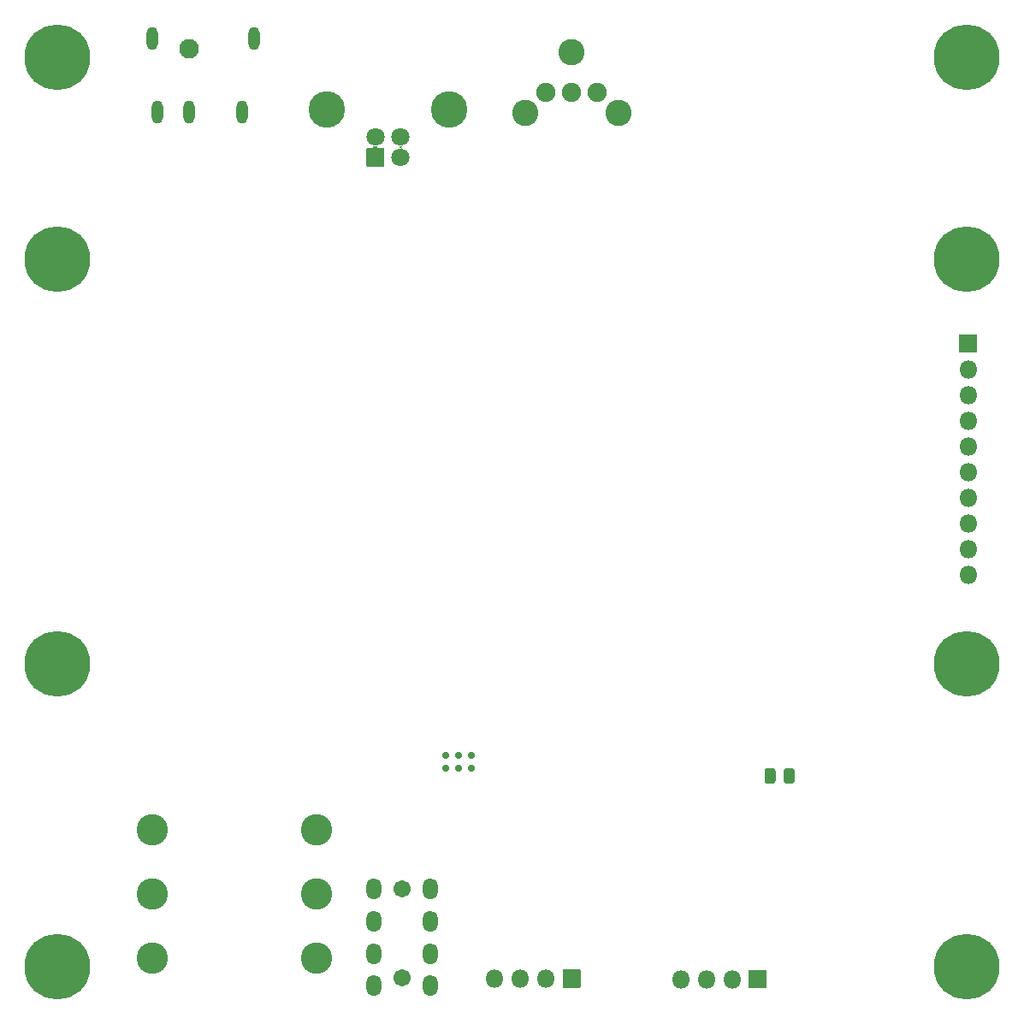
<source format=gbr>
G04 #@! TF.GenerationSoftware,KiCad,Pcbnew,5.1.9*
G04 #@! TF.CreationDate,2021-05-10T13:45:01+08:00*
G04 #@! TF.ProjectId,digital-amplifier2,64696769-7461-46c2-9d61-6d706c696669,rev?*
G04 #@! TF.SameCoordinates,Original*
G04 #@! TF.FileFunction,Soldermask,Bot*
G04 #@! TF.FilePolarity,Negative*
%FSLAX46Y46*%
G04 Gerber Fmt 4.6, Leading zero omitted, Abs format (unit mm)*
G04 Created by KiCad (PCBNEW 5.1.9) date 2021-05-10 13:45:01*
%MOMM*%
%LPD*%
G01*
G04 APERTURE LIST*
%ADD10C,0.702000*%
%ADD11O,1.802000X1.802000*%
%ADD12C,3.102000*%
%ADD13C,1.952000*%
%ADD14O,1.102000X2.302000*%
%ADD15C,6.502000*%
%ADD16O,1.502000X2.102000*%
%ADD17C,1.702000*%
%ADD18C,1.902000*%
%ADD19C,2.602000*%
%ADD20C,3.602000*%
%ADD21C,1.802000*%
%ADD22C,0.100000*%
G04 APERTURE END LIST*
D10*
X93472000Y-125349000D03*
X93472000Y-124079000D03*
X94742000Y-125349000D03*
X94742000Y-124079000D03*
X96012000Y-125349000D03*
X96012000Y-124079000D03*
D11*
X116713000Y-146240500D03*
X119253000Y-146240500D03*
X121793000Y-146240500D03*
G36*
G01*
X123483000Y-145339500D02*
X125183000Y-145339500D01*
G75*
G02*
X125234000Y-145390500I0J-51000D01*
G01*
X125234000Y-147090500D01*
G75*
G02*
X125183000Y-147141500I-51000J0D01*
G01*
X123483000Y-147141500D01*
G75*
G02*
X123432000Y-147090500I0J51000D01*
G01*
X123432000Y-145390500D01*
G75*
G02*
X123483000Y-145339500I51000J0D01*
G01*
G37*
D12*
X64415000Y-131445000D03*
X64415000Y-144145000D03*
X64415000Y-137795000D03*
X80645000Y-131445000D03*
X80645000Y-144145000D03*
X80645000Y-137795000D03*
D13*
X68089000Y-54186000D03*
D14*
X74489000Y-53086000D03*
X73289000Y-60386000D03*
X68089000Y-60386000D03*
X64889000Y-60386000D03*
X64389000Y-53086000D03*
D11*
X145161000Y-106172000D03*
X145161000Y-103632000D03*
X145161000Y-101092000D03*
X145161000Y-98552000D03*
X145161000Y-96012000D03*
X145161000Y-93472000D03*
X145161000Y-90932000D03*
X145161000Y-88392000D03*
X145161000Y-85852000D03*
G36*
G01*
X144260000Y-84162000D02*
X144260000Y-82462000D01*
G75*
G02*
X144311000Y-82411000I51000J0D01*
G01*
X146011000Y-82411000D01*
G75*
G02*
X146062000Y-82462000I0J-51000D01*
G01*
X146062000Y-84162000D01*
G75*
G02*
X146011000Y-84213000I-51000J0D01*
G01*
X144311000Y-84213000D01*
G75*
G02*
X144260000Y-84162000I0J51000D01*
G01*
G37*
D15*
X145000000Y-115000000D03*
X55000000Y-115000000D03*
X145000000Y-75000000D03*
X55000000Y-75000000D03*
D16*
X86348000Y-146887000D03*
X86348000Y-143687000D03*
X86348000Y-140487000D03*
X86348000Y-137287000D03*
D17*
X89148000Y-137287000D03*
X89148000Y-146087000D03*
D16*
X91948000Y-143687000D03*
X91948000Y-140487000D03*
X91948000Y-137287000D03*
X91948000Y-146887000D03*
D18*
X108458000Y-58468250D03*
X103378000Y-58468250D03*
X105918000Y-58468250D03*
D19*
X105918000Y-54518250D03*
X101318000Y-60518250D03*
X110518000Y-60518250D03*
D11*
X98298000Y-146177000D03*
X100838000Y-146177000D03*
X103378000Y-146177000D03*
G36*
G01*
X105068000Y-145276000D02*
X106768000Y-145276000D01*
G75*
G02*
X106819000Y-145327000I0J-51000D01*
G01*
X106819000Y-147027000D01*
G75*
G02*
X106768000Y-147078000I-51000J0D01*
G01*
X105068000Y-147078000D01*
G75*
G02*
X105017000Y-147027000I0J51000D01*
G01*
X105017000Y-145327000D01*
G75*
G02*
X105068000Y-145276000I51000J0D01*
G01*
G37*
D20*
X93757000Y-60187000D03*
X81717000Y-60187000D03*
D21*
X86487000Y-62897000D03*
X88987000Y-62897000D03*
X88987000Y-64897000D03*
G36*
G01*
X87337000Y-65798000D02*
X85637000Y-65798000D01*
G75*
G02*
X85586000Y-65747000I0J51000D01*
G01*
X85586000Y-64047000D01*
G75*
G02*
X85637000Y-63996000I51000J0D01*
G01*
X87337000Y-63996000D01*
G75*
G02*
X87388000Y-64047000I0J-51000D01*
G01*
X87388000Y-65747000D01*
G75*
G02*
X87337000Y-65798000I-51000J0D01*
G01*
G37*
G36*
G01*
X126093000Y-125610500D02*
X126093000Y-126611500D01*
G75*
G02*
X125817500Y-126887000I-275500J0D01*
G01*
X125266500Y-126887000D01*
G75*
G02*
X124991000Y-126611500I0J275500D01*
G01*
X124991000Y-125610500D01*
G75*
G02*
X125266500Y-125335000I275500J0D01*
G01*
X125817500Y-125335000D01*
G75*
G02*
X126093000Y-125610500I0J-275500D01*
G01*
G37*
G36*
G01*
X127993000Y-125610500D02*
X127993000Y-126611500D01*
G75*
G02*
X127717500Y-126887000I-275500J0D01*
G01*
X127166500Y-126887000D01*
G75*
G02*
X126891000Y-126611500I0J275500D01*
G01*
X126891000Y-125610500D01*
G75*
G02*
X127166500Y-125335000I275500J0D01*
G01*
X127717500Y-125335000D01*
G75*
G02*
X127993000Y-125610500I0J-275500D01*
G01*
G37*
D15*
X145000000Y-145000000D03*
X55000000Y-55000000D03*
X55000000Y-145000000D03*
X145000000Y-55000000D03*
D22*
G36*
X89164684Y-63774864D02*
G01*
X89165074Y-63776826D01*
X89163761Y-63778097D01*
X89146369Y-63783373D01*
X89125105Y-63794738D01*
X89106468Y-63810033D01*
X89091173Y-63828670D01*
X89079808Y-63849934D01*
X89072808Y-63873009D01*
X89070445Y-63897000D01*
X89072808Y-63920991D01*
X89079808Y-63944066D01*
X89091173Y-63965330D01*
X89106468Y-63983967D01*
X89125105Y-63999262D01*
X89146369Y-64010627D01*
X89163761Y-64015903D01*
X89165128Y-64017363D01*
X89164547Y-64019277D01*
X89162790Y-64019779D01*
X89075114Y-64002339D01*
X88898886Y-64002339D01*
X88811210Y-64019779D01*
X88809316Y-64019136D01*
X88808926Y-64017174D01*
X88810239Y-64015903D01*
X88827631Y-64010627D01*
X88848895Y-63999262D01*
X88867532Y-63983967D01*
X88882827Y-63965330D01*
X88894192Y-63944066D01*
X88901192Y-63920991D01*
X88903555Y-63897000D01*
X88901192Y-63873009D01*
X88894192Y-63849934D01*
X88882827Y-63828670D01*
X88867532Y-63810033D01*
X88848895Y-63794738D01*
X88827631Y-63783373D01*
X88810239Y-63778097D01*
X88808872Y-63776637D01*
X88809453Y-63774723D01*
X88811210Y-63774221D01*
X88898886Y-63791661D01*
X89075114Y-63791661D01*
X89162790Y-63774221D01*
X89164684Y-63774864D01*
G37*
G36*
X86751682Y-63756821D02*
G01*
X86752448Y-63758669D01*
X86751408Y-63760172D01*
X86735379Y-63768739D01*
X86716742Y-63784035D01*
X86701447Y-63802672D01*
X86690082Y-63823935D01*
X86683082Y-63847010D01*
X86680719Y-63871001D01*
X86683082Y-63894992D01*
X86690082Y-63918067D01*
X86701447Y-63939331D01*
X86716743Y-63957968D01*
X86735380Y-63973263D01*
X86756643Y-63984628D01*
X86779718Y-63991628D01*
X86803905Y-63994010D01*
X86805531Y-63995175D01*
X86805335Y-63997165D01*
X86803709Y-63998000D01*
X86170291Y-63998000D01*
X86168559Y-63997000D01*
X86168559Y-63995000D01*
X86170095Y-63994010D01*
X86194282Y-63991628D01*
X86217357Y-63984628D01*
X86238621Y-63973263D01*
X86257258Y-63957968D01*
X86272553Y-63939331D01*
X86283918Y-63918067D01*
X86290918Y-63894992D01*
X86293281Y-63871001D01*
X86290918Y-63847010D01*
X86283918Y-63823935D01*
X86272553Y-63802671D01*
X86257258Y-63784034D01*
X86238621Y-63768739D01*
X86222592Y-63760172D01*
X86221536Y-63758473D01*
X86222479Y-63756710D01*
X86224300Y-63756560D01*
X86226036Y-63757279D01*
X86398886Y-63791661D01*
X86575114Y-63791661D01*
X86747964Y-63757279D01*
X86749700Y-63756560D01*
X86751682Y-63756821D01*
G37*
M02*

</source>
